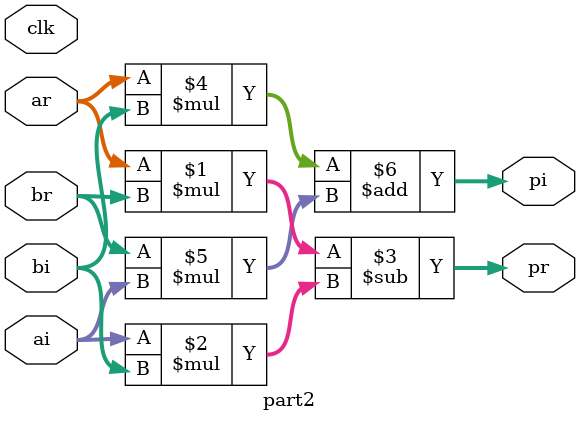
<source format=v>
module part2 #(parameter AWIDTH = 18, BWIDTH = 18)
(
    input clk,
    input signed [AWIDTH-1:0] ar, ai,
    input signed [BWIDTH-1:0] br, bi,
    output signed [AWIDTH+BWIDTH+1:0] pr, pi
    );
 
 assign pr = ar*br - ai*bi;
 assign pi = ar*bi + br*ai;
 
    
endmodule

</source>
